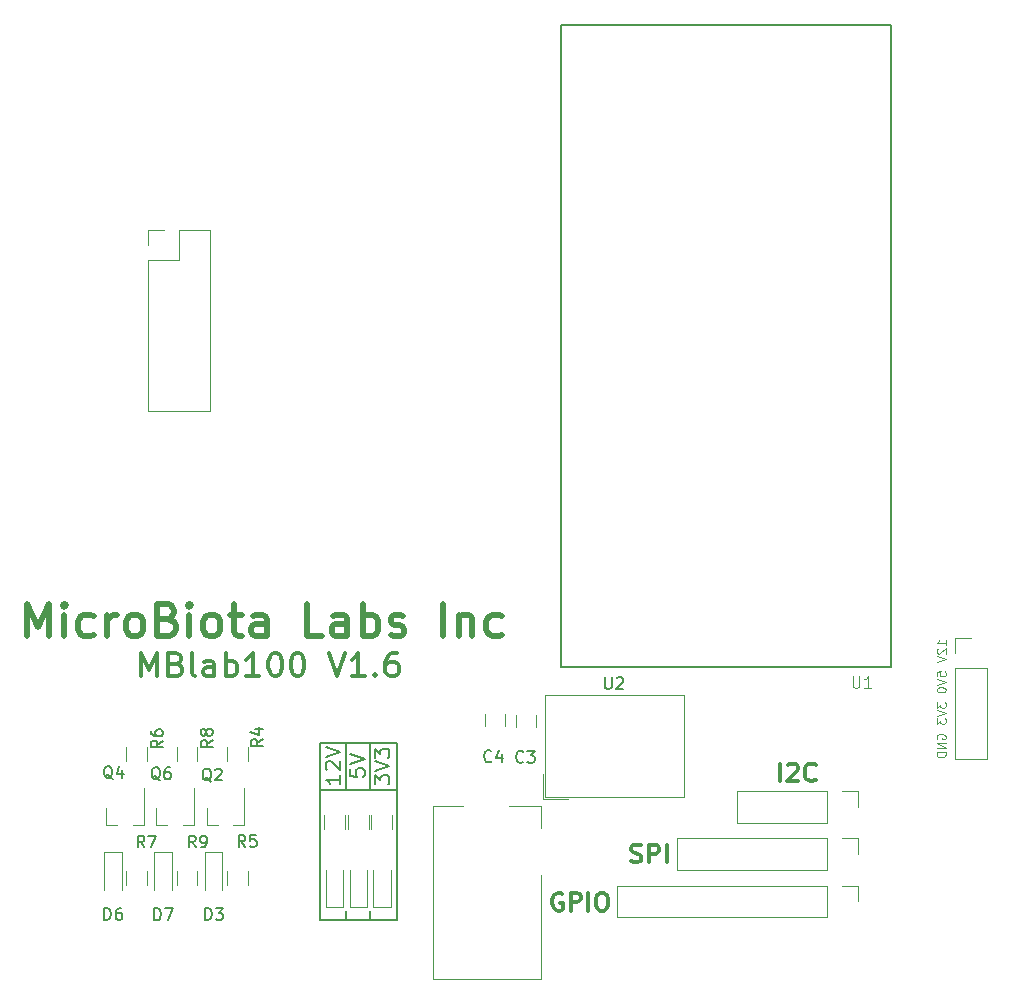
<source format=gto>
G04 #@! TF.GenerationSoftware,KiCad,Pcbnew,(5.0.0)*
G04 #@! TF.CreationDate,2019-02-18T14:00:49-08:00*
G04 #@! TF.ProjectId,mlab100_Base_Panel_1.6,6D6C61623130305F426173655F50616E,rev?*
G04 #@! TF.SameCoordinates,Original*
G04 #@! TF.FileFunction,Legend,Top*
G04 #@! TF.FilePolarity,Positive*
%FSLAX46Y46*%
G04 Gerber Fmt 4.6, Leading zero omitted, Abs format (unit mm)*
G04 Created by KiCad (PCBNEW (5.0.0)) date 02/18/19 14:00:49*
%MOMM*%
%LPD*%
G01*
G04 APERTURE LIST*
%ADD10C,0.200000*%
%ADD11C,0.300000*%
%ADD12C,0.100000*%
%ADD13C,0.500000*%
%ADD14C,0.127000*%
%ADD15C,0.120000*%
%ADD16C,0.050000*%
%ADD17C,0.150000*%
G04 APERTURE END LIST*
D10*
X35000000Y-75750000D02*
X35000000Y-75000000D01*
X33000000Y-75750000D02*
X33000000Y-75000000D01*
X37250000Y-75750000D02*
X37250000Y-66000000D01*
X30750000Y-75750000D02*
X37250000Y-75750000D01*
X30750000Y-66000000D02*
X30750000Y-75750000D01*
X35000000Y-60750000D02*
X35000000Y-64750000D01*
X33000000Y-60750000D02*
X33000000Y-64750000D01*
X37250000Y-64750000D02*
X30750000Y-64750000D01*
X37250000Y-60750000D02*
X37250000Y-66000000D01*
X30750000Y-60750000D02*
X37250000Y-60750000D01*
X30750000Y-66000000D02*
X30750000Y-60750000D01*
X32490476Y-63523809D02*
X32490476Y-64238095D01*
X32490476Y-63880952D02*
X31240476Y-63880952D01*
X31419047Y-64000000D01*
X31538095Y-64119047D01*
X31597619Y-64238095D01*
X31359523Y-63047619D02*
X31300000Y-62988095D01*
X31240476Y-62869047D01*
X31240476Y-62571428D01*
X31300000Y-62452380D01*
X31359523Y-62392857D01*
X31478571Y-62333333D01*
X31597619Y-62333333D01*
X31776190Y-62392857D01*
X32490476Y-63107142D01*
X32490476Y-62333333D01*
X31240476Y-61976190D02*
X32490476Y-61559523D01*
X31240476Y-61142857D01*
X33315476Y-62988095D02*
X33315476Y-63583333D01*
X33910714Y-63642857D01*
X33851190Y-63583333D01*
X33791666Y-63464285D01*
X33791666Y-63166666D01*
X33851190Y-63047619D01*
X33910714Y-62988095D01*
X34029761Y-62928571D01*
X34327380Y-62928571D01*
X34446428Y-62988095D01*
X34505952Y-63047619D01*
X34565476Y-63166666D01*
X34565476Y-63464285D01*
X34505952Y-63583333D01*
X34446428Y-63642857D01*
X33315476Y-62571428D02*
X34565476Y-62154761D01*
X33315476Y-61738095D01*
X35390476Y-64297619D02*
X35390476Y-63523809D01*
X35866666Y-63940476D01*
X35866666Y-63761904D01*
X35926190Y-63642857D01*
X35985714Y-63583333D01*
X36104761Y-63523809D01*
X36402380Y-63523809D01*
X36521428Y-63583333D01*
X36580952Y-63642857D01*
X36640476Y-63761904D01*
X36640476Y-64119047D01*
X36580952Y-64238095D01*
X36521428Y-64297619D01*
X35390476Y-63166666D02*
X36640476Y-62750000D01*
X35390476Y-62333333D01*
X35390476Y-62035714D02*
X35390476Y-61261904D01*
X35866666Y-61678571D01*
X35866666Y-61500000D01*
X35926190Y-61380952D01*
X35985714Y-61321428D01*
X36104761Y-61261904D01*
X36402380Y-61261904D01*
X36521428Y-61321428D01*
X36580952Y-61380952D01*
X36640476Y-61500000D01*
X36640476Y-61857142D01*
X36580952Y-61976190D01*
X36521428Y-62035714D01*
D11*
X69725714Y-64028571D02*
X69725714Y-62528571D01*
X70368571Y-62671428D02*
X70440000Y-62600000D01*
X70582857Y-62528571D01*
X70940000Y-62528571D01*
X71082857Y-62600000D01*
X71154285Y-62671428D01*
X71225714Y-62814285D01*
X71225714Y-62957142D01*
X71154285Y-63171428D01*
X70297142Y-64028571D01*
X71225714Y-64028571D01*
X72725714Y-63885714D02*
X72654285Y-63957142D01*
X72440000Y-64028571D01*
X72297142Y-64028571D01*
X72082857Y-63957142D01*
X71940000Y-63814285D01*
X71868571Y-63671428D01*
X71797142Y-63385714D01*
X71797142Y-63171428D01*
X71868571Y-62885714D01*
X71940000Y-62742857D01*
X72082857Y-62600000D01*
X72297142Y-62528571D01*
X72440000Y-62528571D01*
X72654285Y-62600000D01*
X72725714Y-62671428D01*
X57124285Y-70817142D02*
X57338571Y-70888571D01*
X57695714Y-70888571D01*
X57838571Y-70817142D01*
X57910000Y-70745714D01*
X57981428Y-70602857D01*
X57981428Y-70460000D01*
X57910000Y-70317142D01*
X57838571Y-70245714D01*
X57695714Y-70174285D01*
X57410000Y-70102857D01*
X57267142Y-70031428D01*
X57195714Y-69960000D01*
X57124285Y-69817142D01*
X57124285Y-69674285D01*
X57195714Y-69531428D01*
X57267142Y-69460000D01*
X57410000Y-69388571D01*
X57767142Y-69388571D01*
X57981428Y-69460000D01*
X58624285Y-70888571D02*
X58624285Y-69388571D01*
X59195714Y-69388571D01*
X59338571Y-69460000D01*
X59410000Y-69531428D01*
X59481428Y-69674285D01*
X59481428Y-69888571D01*
X59410000Y-70031428D01*
X59338571Y-70102857D01*
X59195714Y-70174285D01*
X58624285Y-70174285D01*
X60124285Y-70888571D02*
X60124285Y-69388571D01*
X51280000Y-73540000D02*
X51137142Y-73468571D01*
X50922857Y-73468571D01*
X50708571Y-73540000D01*
X50565714Y-73682857D01*
X50494285Y-73825714D01*
X50422857Y-74111428D01*
X50422857Y-74325714D01*
X50494285Y-74611428D01*
X50565714Y-74754285D01*
X50708571Y-74897142D01*
X50922857Y-74968571D01*
X51065714Y-74968571D01*
X51280000Y-74897142D01*
X51351428Y-74825714D01*
X51351428Y-74325714D01*
X51065714Y-74325714D01*
X51994285Y-74968571D02*
X51994285Y-73468571D01*
X52565714Y-73468571D01*
X52708571Y-73540000D01*
X52780000Y-73611428D01*
X52851428Y-73754285D01*
X52851428Y-73968571D01*
X52780000Y-74111428D01*
X52708571Y-74182857D01*
X52565714Y-74254285D01*
X51994285Y-74254285D01*
X53494285Y-74968571D02*
X53494285Y-73468571D01*
X54494285Y-73468571D02*
X54780000Y-73468571D01*
X54922857Y-73540000D01*
X55065714Y-73682857D01*
X55137142Y-73968571D01*
X55137142Y-74468571D01*
X55065714Y-74754285D01*
X54922857Y-74897142D01*
X54780000Y-74968571D01*
X54494285Y-74968571D01*
X54351428Y-74897142D01*
X54208571Y-74754285D01*
X54137142Y-74468571D01*
X54137142Y-73968571D01*
X54208571Y-73682857D01*
X54351428Y-73540000D01*
X54494285Y-73468571D01*
D12*
X83729285Y-52504285D02*
X83729285Y-52075714D01*
X83729285Y-52290000D02*
X82979285Y-52290000D01*
X83086428Y-52218571D01*
X83157857Y-52147142D01*
X83193571Y-52075714D01*
X83050714Y-52790000D02*
X83015000Y-52825714D01*
X82979285Y-52897142D01*
X82979285Y-53075714D01*
X83015000Y-53147142D01*
X83050714Y-53182857D01*
X83122142Y-53218571D01*
X83193571Y-53218571D01*
X83300714Y-53182857D01*
X83729285Y-52754285D01*
X83729285Y-53218571D01*
X82979285Y-53432857D02*
X83729285Y-53682857D01*
X82979285Y-53932857D01*
X82979285Y-55111428D02*
X82979285Y-54754285D01*
X83336428Y-54718571D01*
X83300714Y-54754285D01*
X83265000Y-54825714D01*
X83265000Y-55004285D01*
X83300714Y-55075714D01*
X83336428Y-55111428D01*
X83407857Y-55147142D01*
X83586428Y-55147142D01*
X83657857Y-55111428D01*
X83693571Y-55075714D01*
X83729285Y-55004285D01*
X83729285Y-54825714D01*
X83693571Y-54754285D01*
X83657857Y-54718571D01*
X82979285Y-55361428D02*
X83729285Y-55611428D01*
X82979285Y-55861428D01*
X82979285Y-56254285D02*
X82979285Y-56325714D01*
X83015000Y-56397142D01*
X83050714Y-56432857D01*
X83122142Y-56468571D01*
X83265000Y-56504285D01*
X83443571Y-56504285D01*
X83586428Y-56468571D01*
X83657857Y-56432857D01*
X83693571Y-56397142D01*
X83729285Y-56325714D01*
X83729285Y-56254285D01*
X83693571Y-56182857D01*
X83657857Y-56147142D01*
X83586428Y-56111428D01*
X83443571Y-56075714D01*
X83265000Y-56075714D01*
X83122142Y-56111428D01*
X83050714Y-56147142D01*
X83015000Y-56182857D01*
X82979285Y-56254285D01*
X82979285Y-57325714D02*
X82979285Y-57790000D01*
X83265000Y-57540000D01*
X83265000Y-57647142D01*
X83300714Y-57718571D01*
X83336428Y-57754285D01*
X83407857Y-57790000D01*
X83586428Y-57790000D01*
X83657857Y-57754285D01*
X83693571Y-57718571D01*
X83729285Y-57647142D01*
X83729285Y-57432857D01*
X83693571Y-57361428D01*
X83657857Y-57325714D01*
X82979285Y-58004285D02*
X83729285Y-58254285D01*
X82979285Y-58504285D01*
X82979285Y-58682857D02*
X82979285Y-59147142D01*
X83265000Y-58897142D01*
X83265000Y-59004285D01*
X83300714Y-59075714D01*
X83336428Y-59111428D01*
X83407857Y-59147142D01*
X83586428Y-59147142D01*
X83657857Y-59111428D01*
X83693571Y-59075714D01*
X83729285Y-59004285D01*
X83729285Y-58790000D01*
X83693571Y-58718571D01*
X83657857Y-58682857D01*
X83015000Y-60432857D02*
X82979285Y-60361428D01*
X82979285Y-60254285D01*
X83015000Y-60147142D01*
X83086428Y-60075714D01*
X83157857Y-60040000D01*
X83300714Y-60004285D01*
X83407857Y-60004285D01*
X83550714Y-60040000D01*
X83622142Y-60075714D01*
X83693571Y-60147142D01*
X83729285Y-60254285D01*
X83729285Y-60325714D01*
X83693571Y-60432857D01*
X83657857Y-60468571D01*
X83407857Y-60468571D01*
X83407857Y-60325714D01*
X83729285Y-60790000D02*
X82979285Y-60790000D01*
X83729285Y-61218571D01*
X82979285Y-61218571D01*
X83729285Y-61575714D02*
X82979285Y-61575714D01*
X82979285Y-61754285D01*
X83015000Y-61861428D01*
X83086428Y-61932857D01*
X83157857Y-61968571D01*
X83300714Y-62004285D01*
X83407857Y-62004285D01*
X83550714Y-61968571D01*
X83622142Y-61932857D01*
X83693571Y-61861428D01*
X83729285Y-61754285D01*
X83729285Y-61575714D01*
D11*
X15642857Y-55154761D02*
X15642857Y-53154761D01*
X16309523Y-54583333D01*
X16976190Y-53154761D01*
X16976190Y-55154761D01*
X18595238Y-54107142D02*
X18880952Y-54202380D01*
X18976190Y-54297619D01*
X19071428Y-54488095D01*
X19071428Y-54773809D01*
X18976190Y-54964285D01*
X18880952Y-55059523D01*
X18690476Y-55154761D01*
X17928571Y-55154761D01*
X17928571Y-53154761D01*
X18595238Y-53154761D01*
X18785714Y-53250000D01*
X18880952Y-53345238D01*
X18976190Y-53535714D01*
X18976190Y-53726190D01*
X18880952Y-53916666D01*
X18785714Y-54011904D01*
X18595238Y-54107142D01*
X17928571Y-54107142D01*
X20214285Y-55154761D02*
X20023809Y-55059523D01*
X19928571Y-54869047D01*
X19928571Y-53154761D01*
X21833333Y-55154761D02*
X21833333Y-54107142D01*
X21738095Y-53916666D01*
X21547619Y-53821428D01*
X21166666Y-53821428D01*
X20976190Y-53916666D01*
X21833333Y-55059523D02*
X21642857Y-55154761D01*
X21166666Y-55154761D01*
X20976190Y-55059523D01*
X20880952Y-54869047D01*
X20880952Y-54678571D01*
X20976190Y-54488095D01*
X21166666Y-54392857D01*
X21642857Y-54392857D01*
X21833333Y-54297619D01*
X22785714Y-55154761D02*
X22785714Y-53154761D01*
X22785714Y-53916666D02*
X22976190Y-53821428D01*
X23357142Y-53821428D01*
X23547619Y-53916666D01*
X23642857Y-54011904D01*
X23738095Y-54202380D01*
X23738095Y-54773809D01*
X23642857Y-54964285D01*
X23547619Y-55059523D01*
X23357142Y-55154761D01*
X22976190Y-55154761D01*
X22785714Y-55059523D01*
X25642857Y-55154761D02*
X24500000Y-55154761D01*
X25071428Y-55154761D02*
X25071428Y-53154761D01*
X24880952Y-53440476D01*
X24690476Y-53630952D01*
X24500000Y-53726190D01*
X26880952Y-53154761D02*
X27071428Y-53154761D01*
X27261904Y-53250000D01*
X27357142Y-53345238D01*
X27452380Y-53535714D01*
X27547619Y-53916666D01*
X27547619Y-54392857D01*
X27452380Y-54773809D01*
X27357142Y-54964285D01*
X27261904Y-55059523D01*
X27071428Y-55154761D01*
X26880952Y-55154761D01*
X26690476Y-55059523D01*
X26595238Y-54964285D01*
X26500000Y-54773809D01*
X26404761Y-54392857D01*
X26404761Y-53916666D01*
X26500000Y-53535714D01*
X26595238Y-53345238D01*
X26690476Y-53250000D01*
X26880952Y-53154761D01*
X28785714Y-53154761D02*
X28976190Y-53154761D01*
X29166666Y-53250000D01*
X29261904Y-53345238D01*
X29357142Y-53535714D01*
X29452380Y-53916666D01*
X29452380Y-54392857D01*
X29357142Y-54773809D01*
X29261904Y-54964285D01*
X29166666Y-55059523D01*
X28976190Y-55154761D01*
X28785714Y-55154761D01*
X28595238Y-55059523D01*
X28500000Y-54964285D01*
X28404761Y-54773809D01*
X28309523Y-54392857D01*
X28309523Y-53916666D01*
X28404761Y-53535714D01*
X28500000Y-53345238D01*
X28595238Y-53250000D01*
X28785714Y-53154761D01*
X31547619Y-53154761D02*
X32214285Y-55154761D01*
X32880952Y-53154761D01*
X34595238Y-55154761D02*
X33452380Y-55154761D01*
X34023809Y-55154761D02*
X34023809Y-53154761D01*
X33833333Y-53440476D01*
X33642857Y-53630952D01*
X33452380Y-53726190D01*
X35452380Y-54964285D02*
X35547619Y-55059523D01*
X35452380Y-55154761D01*
X35357142Y-55059523D01*
X35452380Y-54964285D01*
X35452380Y-55154761D01*
X37261904Y-53154761D02*
X36880952Y-53154761D01*
X36690476Y-53250000D01*
X36595238Y-53345238D01*
X36404761Y-53630952D01*
X36309523Y-54011904D01*
X36309523Y-54773809D01*
X36404761Y-54964285D01*
X36499999Y-55059523D01*
X36690476Y-55154761D01*
X37071428Y-55154761D01*
X37261904Y-55059523D01*
X37357142Y-54964285D01*
X37452380Y-54773809D01*
X37452380Y-54297619D01*
X37357142Y-54107142D01*
X37261904Y-54011904D01*
X37071428Y-53916666D01*
X36690476Y-53916666D01*
X36499999Y-54011904D01*
X36404761Y-54107142D01*
X36309523Y-54297619D01*
D13*
X5964285Y-51744047D02*
X5964285Y-48994047D01*
X6880952Y-50958333D01*
X7797619Y-48994047D01*
X7797619Y-51744047D01*
X9107142Y-51744047D02*
X9107142Y-49910714D01*
X9107142Y-48994047D02*
X8976190Y-49125000D01*
X9107142Y-49255952D01*
X9238095Y-49125000D01*
X9107142Y-48994047D01*
X9107142Y-49255952D01*
X11595238Y-51613095D02*
X11333333Y-51744047D01*
X10809523Y-51744047D01*
X10547619Y-51613095D01*
X10416666Y-51482142D01*
X10285714Y-51220238D01*
X10285714Y-50434523D01*
X10416666Y-50172619D01*
X10547619Y-50041666D01*
X10809523Y-49910714D01*
X11333333Y-49910714D01*
X11595238Y-50041666D01*
X12773809Y-51744047D02*
X12773809Y-49910714D01*
X12773809Y-50434523D02*
X12904761Y-50172619D01*
X13035714Y-50041666D01*
X13297619Y-49910714D01*
X13559523Y-49910714D01*
X14869047Y-51744047D02*
X14607142Y-51613095D01*
X14476190Y-51482142D01*
X14345238Y-51220238D01*
X14345238Y-50434523D01*
X14476190Y-50172619D01*
X14607142Y-50041666D01*
X14869047Y-49910714D01*
X15261904Y-49910714D01*
X15523809Y-50041666D01*
X15654761Y-50172619D01*
X15785714Y-50434523D01*
X15785714Y-51220238D01*
X15654761Y-51482142D01*
X15523809Y-51613095D01*
X15261904Y-51744047D01*
X14869047Y-51744047D01*
X17880952Y-50303571D02*
X18273809Y-50434523D01*
X18404761Y-50565476D01*
X18535714Y-50827380D01*
X18535714Y-51220238D01*
X18404761Y-51482142D01*
X18273809Y-51613095D01*
X18011904Y-51744047D01*
X16964285Y-51744047D01*
X16964285Y-48994047D01*
X17880952Y-48994047D01*
X18142857Y-49125000D01*
X18273809Y-49255952D01*
X18404761Y-49517857D01*
X18404761Y-49779761D01*
X18273809Y-50041666D01*
X18142857Y-50172619D01*
X17880952Y-50303571D01*
X16964285Y-50303571D01*
X19714285Y-51744047D02*
X19714285Y-49910714D01*
X19714285Y-48994047D02*
X19583333Y-49125000D01*
X19714285Y-49255952D01*
X19845238Y-49125000D01*
X19714285Y-48994047D01*
X19714285Y-49255952D01*
X21416666Y-51744047D02*
X21154761Y-51613095D01*
X21023809Y-51482142D01*
X20892857Y-51220238D01*
X20892857Y-50434523D01*
X21023809Y-50172619D01*
X21154761Y-50041666D01*
X21416666Y-49910714D01*
X21809523Y-49910714D01*
X22071428Y-50041666D01*
X22202380Y-50172619D01*
X22333333Y-50434523D01*
X22333333Y-51220238D01*
X22202380Y-51482142D01*
X22071428Y-51613095D01*
X21809523Y-51744047D01*
X21416666Y-51744047D01*
X23119047Y-49910714D02*
X24166666Y-49910714D01*
X23511904Y-48994047D02*
X23511904Y-51351190D01*
X23642857Y-51613095D01*
X23904761Y-51744047D01*
X24166666Y-51744047D01*
X26261904Y-51744047D02*
X26261904Y-50303571D01*
X26130952Y-50041666D01*
X25869047Y-49910714D01*
X25345238Y-49910714D01*
X25083333Y-50041666D01*
X26261904Y-51613095D02*
X25999999Y-51744047D01*
X25345238Y-51744047D01*
X25083333Y-51613095D01*
X24952380Y-51351190D01*
X24952380Y-51089285D01*
X25083333Y-50827380D01*
X25345238Y-50696428D01*
X25999999Y-50696428D01*
X26261904Y-50565476D01*
X30976190Y-51744047D02*
X29666666Y-51744047D01*
X29666666Y-48994047D01*
X33071428Y-51744047D02*
X33071428Y-50303571D01*
X32940476Y-50041666D01*
X32678571Y-49910714D01*
X32154761Y-49910714D01*
X31892857Y-50041666D01*
X33071428Y-51613095D02*
X32809523Y-51744047D01*
X32154761Y-51744047D01*
X31892857Y-51613095D01*
X31761904Y-51351190D01*
X31761904Y-51089285D01*
X31892857Y-50827380D01*
X32154761Y-50696428D01*
X32809523Y-50696428D01*
X33071428Y-50565476D01*
X34380952Y-51744047D02*
X34380952Y-48994047D01*
X34380952Y-50041666D02*
X34642857Y-49910714D01*
X35166666Y-49910714D01*
X35428571Y-50041666D01*
X35559523Y-50172619D01*
X35690476Y-50434523D01*
X35690476Y-51220238D01*
X35559523Y-51482142D01*
X35428571Y-51613095D01*
X35166666Y-51744047D01*
X34642857Y-51744047D01*
X34380952Y-51613095D01*
X36738095Y-51613095D02*
X37000000Y-51744047D01*
X37523809Y-51744047D01*
X37785714Y-51613095D01*
X37916666Y-51351190D01*
X37916666Y-51220238D01*
X37785714Y-50958333D01*
X37523809Y-50827380D01*
X37130952Y-50827380D01*
X36869047Y-50696428D01*
X36738095Y-50434523D01*
X36738095Y-50303571D01*
X36869047Y-50041666D01*
X37130952Y-49910714D01*
X37523809Y-49910714D01*
X37785714Y-50041666D01*
X41190476Y-51744047D02*
X41190476Y-48994047D01*
X42500000Y-49910714D02*
X42500000Y-51744047D01*
X42500000Y-50172619D02*
X42630952Y-50041666D01*
X42892857Y-49910714D01*
X43285714Y-49910714D01*
X43547619Y-50041666D01*
X43678571Y-50303571D01*
X43678571Y-51744047D01*
X46166666Y-51613095D02*
X45904761Y-51744047D01*
X45380952Y-51744047D01*
X45119047Y-51613095D01*
X44988095Y-51482142D01*
X44857142Y-51220238D01*
X44857142Y-50434523D01*
X44988095Y-50172619D01*
X45119047Y-50041666D01*
X45380952Y-49910714D01*
X45904761Y-49910714D01*
X46166666Y-50041666D01*
D14*
G04 #@! TO.C,U1*
X79110000Y40000D02*
X79110000Y-54360000D01*
X79110000Y-54360000D02*
X51210000Y-54360000D01*
X51210000Y-54360000D02*
X51210000Y40000D01*
X51210000Y40000D02*
X79110000Y40000D01*
D15*
G04 #@! TO.C,U2*
X49640000Y-63400000D02*
X49640000Y-65550000D01*
X49640000Y-65550000D02*
X51790000Y-65550000D01*
X49790000Y-56700000D02*
X49790000Y-65400000D01*
X49790000Y-65400000D02*
X61590000Y-65400000D01*
X61590000Y-65400000D02*
X61590000Y-56700000D01*
X61590000Y-56700000D02*
X49790000Y-56700000D01*
G04 #@! TO.C,R5*
X22870000Y-72850000D02*
X22870000Y-71650000D01*
X24630000Y-71650000D02*
X24630000Y-72850000D01*
G04 #@! TO.C,R7*
X14370000Y-72850000D02*
X14370000Y-71650000D01*
X16130000Y-71650000D02*
X16130000Y-72850000D01*
G04 #@! TO.C,J1*
X84570000Y-62150000D02*
X87230000Y-62150000D01*
X84570000Y-54470000D02*
X84570000Y-62150000D01*
X87230000Y-54470000D02*
X87230000Y-62150000D01*
X84570000Y-54470000D02*
X87230000Y-54470000D01*
X84570000Y-53200000D02*
X84570000Y-51870000D01*
X84570000Y-51870000D02*
X85900000Y-51870000D01*
G04 #@! TO.C,Q6*
X16920000Y-67760000D02*
X17850000Y-67760000D01*
X20080000Y-67760000D02*
X19150000Y-67760000D01*
X20080000Y-67760000D02*
X20080000Y-64600000D01*
X16920000Y-67760000D02*
X16920000Y-66300000D01*
G04 #@! TO.C,Q2*
X21170000Y-67760000D02*
X22100000Y-67760000D01*
X24330000Y-67760000D02*
X23400000Y-67760000D01*
X24330000Y-67760000D02*
X24330000Y-64600000D01*
X21170000Y-67760000D02*
X21170000Y-66300000D01*
G04 #@! TO.C,J5*
X55890000Y-72870000D02*
X55890000Y-75530000D01*
X73730000Y-72870000D02*
X55890000Y-72870000D01*
X73730000Y-75530000D02*
X55890000Y-75530000D01*
X73730000Y-72870000D02*
X73730000Y-75530000D01*
X75000000Y-72870000D02*
X76330000Y-72870000D01*
X76330000Y-72870000D02*
X76330000Y-74200000D01*
G04 #@! TO.C,Q4*
X12670000Y-67760000D02*
X13600000Y-67760000D01*
X15830000Y-67760000D02*
X14900000Y-67760000D01*
X15830000Y-67760000D02*
X15830000Y-64600000D01*
X12670000Y-67760000D02*
X12670000Y-66300000D01*
G04 #@! TO.C,C4*
X44750000Y-58350000D02*
X44750000Y-59350000D01*
X46450000Y-59350000D02*
X46450000Y-58350000D01*
G04 #@! TO.C,C3*
X49050000Y-59450000D02*
X49050000Y-58450000D01*
X47350000Y-58450000D02*
X47350000Y-59450000D01*
G04 #@! TO.C,R9*
X18620000Y-72850000D02*
X18620000Y-71650000D01*
X20380000Y-71650000D02*
X20380000Y-72850000D01*
G04 #@! TO.C,J7*
X66050000Y-64870000D02*
X66050000Y-67530000D01*
X73730000Y-64870000D02*
X66050000Y-64870000D01*
X73730000Y-67530000D02*
X66050000Y-67530000D01*
X73730000Y-64870000D02*
X73730000Y-67530000D01*
X75000000Y-64870000D02*
X76330000Y-64870000D01*
X76330000Y-64870000D02*
X76330000Y-66200000D01*
G04 #@! TO.C,J2*
X16230000Y-17320000D02*
X17560000Y-17320000D01*
X16230000Y-18650000D02*
X16230000Y-17320000D01*
X18830000Y-17320000D02*
X21430000Y-17320000D01*
X18830000Y-19920000D02*
X18830000Y-17320000D01*
X16230000Y-19920000D02*
X18830000Y-19920000D01*
X21430000Y-17320000D02*
X21430000Y-32680000D01*
X16230000Y-19920000D02*
X16230000Y-32680000D01*
X16230000Y-32680000D02*
X21430000Y-32680000D01*
G04 #@! TO.C,J6*
X60970000Y-68870000D02*
X60970000Y-71530000D01*
X73730000Y-68870000D02*
X60970000Y-68870000D01*
X73730000Y-71530000D02*
X60970000Y-71530000D01*
X73730000Y-68870000D02*
X73730000Y-71530000D01*
X75000000Y-68870000D02*
X76330000Y-68870000D01*
X76330000Y-68870000D02*
X76330000Y-70200000D01*
G04 #@! TO.C,D3*
X21000000Y-73250000D02*
X21000000Y-70050000D01*
X22500000Y-70050000D02*
X22500000Y-73250000D01*
X22500000Y-70050000D02*
X21000000Y-70050000D01*
G04 #@! TO.C,D6*
X14000000Y-70050000D02*
X12500000Y-70050000D01*
X14000000Y-70050000D02*
X14000000Y-73250000D01*
X12500000Y-73250000D02*
X12500000Y-70050000D01*
G04 #@! TO.C,D7*
X16750000Y-73250000D02*
X16750000Y-70050000D01*
X18250000Y-70050000D02*
X18250000Y-73250000D01*
X18250000Y-70050000D02*
X16750000Y-70050000D01*
G04 #@! TO.C,R4*
X22870000Y-62350000D02*
X22870000Y-61150000D01*
X24630000Y-61150000D02*
X24630000Y-62350000D01*
G04 #@! TO.C,R6*
X16130000Y-61150000D02*
X16130000Y-62350000D01*
X14370000Y-62350000D02*
X14370000Y-61150000D01*
G04 #@! TO.C,R8*
X18620000Y-62350000D02*
X18620000Y-61150000D01*
X20380000Y-61150000D02*
X20380000Y-62350000D01*
G04 #@! TO.C,J4*
X40300000Y-66100000D02*
X42900000Y-66100000D01*
X40300000Y-80800000D02*
X40300000Y-66100000D01*
X49500000Y-66100000D02*
X49500000Y-68000000D01*
X46800000Y-66100000D02*
X49500000Y-66100000D01*
X49500000Y-80800000D02*
X40300000Y-80800000D01*
X49500000Y-72000000D02*
X49500000Y-80800000D01*
G04 #@! TO.C,D1*
X31250000Y-74700000D02*
X32750000Y-74700000D01*
X31250000Y-74700000D02*
X31250000Y-71500000D01*
X32750000Y-71500000D02*
X32750000Y-74700000D01*
G04 #@! TO.C,D2*
X34775001Y-71500000D02*
X34775001Y-74700000D01*
X33275001Y-74700000D02*
X33275001Y-71500000D01*
X33275001Y-74700000D02*
X34775001Y-74700000D01*
G04 #@! TO.C,D4*
X35250000Y-74700000D02*
X36750000Y-74700000D01*
X35250000Y-74700000D02*
X35250000Y-71500000D01*
X36750000Y-71500000D02*
X36750000Y-74700000D01*
G04 #@! TO.C,R1*
X31120000Y-68100000D02*
X31120000Y-66900000D01*
X32880000Y-66900000D02*
X32880000Y-68100000D01*
G04 #@! TO.C,R2*
X34880000Y-66900000D02*
X34880000Y-68100000D01*
X33120000Y-68100000D02*
X33120000Y-66900000D01*
G04 #@! TO.C,R3*
X35120000Y-68100000D02*
X35120000Y-66900000D01*
X36880000Y-66900000D02*
X36880000Y-68100000D01*
G04 #@! TO.C,U1*
D16*
X75862198Y-55108167D02*
X75862198Y-55918006D01*
X75909835Y-56013282D01*
X75957473Y-56060919D01*
X76052748Y-56108557D01*
X76243299Y-56108557D01*
X76338574Y-56060919D01*
X76386211Y-56013282D01*
X76433849Y-55918006D01*
X76433849Y-55108167D01*
X77434239Y-56108557D02*
X76862588Y-56108557D01*
X77148413Y-56108557D02*
X77148413Y-55108167D01*
X77053138Y-55251080D01*
X76957863Y-55346355D01*
X76862588Y-55393993D01*
G04 #@! TO.C,U2*
D17*
X54878095Y-55202380D02*
X54878095Y-56011904D01*
X54925714Y-56107142D01*
X54973333Y-56154761D01*
X55068571Y-56202380D01*
X55259047Y-56202380D01*
X55354285Y-56154761D01*
X55401904Y-56107142D01*
X55449523Y-56011904D01*
X55449523Y-55202380D01*
X55878095Y-55297619D02*
X55925714Y-55250000D01*
X56020952Y-55202380D01*
X56259047Y-55202380D01*
X56354285Y-55250000D01*
X56401904Y-55297619D01*
X56449523Y-55392857D01*
X56449523Y-55488095D01*
X56401904Y-55630952D01*
X55830476Y-56202380D01*
X56449523Y-56202380D01*
G04 #@! TO.C,R5*
X24443333Y-69572380D02*
X24110000Y-69096190D01*
X23871904Y-69572380D02*
X23871904Y-68572380D01*
X24252857Y-68572380D01*
X24348095Y-68620000D01*
X24395714Y-68667619D01*
X24443333Y-68762857D01*
X24443333Y-68905714D01*
X24395714Y-69000952D01*
X24348095Y-69048571D01*
X24252857Y-69096190D01*
X23871904Y-69096190D01*
X25348095Y-68572380D02*
X24871904Y-68572380D01*
X24824285Y-69048571D01*
X24871904Y-69000952D01*
X24967142Y-68953333D01*
X25205238Y-68953333D01*
X25300476Y-69000952D01*
X25348095Y-69048571D01*
X25395714Y-69143809D01*
X25395714Y-69381904D01*
X25348095Y-69477142D01*
X25300476Y-69524761D01*
X25205238Y-69572380D01*
X24967142Y-69572380D01*
X24871904Y-69524761D01*
X24824285Y-69477142D01*
G04 #@! TO.C,R7*
X15903333Y-69632380D02*
X15570000Y-69156190D01*
X15331904Y-69632380D02*
X15331904Y-68632380D01*
X15712857Y-68632380D01*
X15808095Y-68680000D01*
X15855714Y-68727619D01*
X15903333Y-68822857D01*
X15903333Y-68965714D01*
X15855714Y-69060952D01*
X15808095Y-69108571D01*
X15712857Y-69156190D01*
X15331904Y-69156190D01*
X16236666Y-68632380D02*
X16903333Y-68632380D01*
X16474761Y-69632380D01*
G04 #@! TO.C,Q6*
X17244761Y-63937619D02*
X17149523Y-63890000D01*
X17054285Y-63794761D01*
X16911428Y-63651904D01*
X16816190Y-63604285D01*
X16720952Y-63604285D01*
X16768571Y-63842380D02*
X16673333Y-63794761D01*
X16578095Y-63699523D01*
X16530476Y-63509047D01*
X16530476Y-63175714D01*
X16578095Y-62985238D01*
X16673333Y-62890000D01*
X16768571Y-62842380D01*
X16959047Y-62842380D01*
X17054285Y-62890000D01*
X17149523Y-62985238D01*
X17197142Y-63175714D01*
X17197142Y-63509047D01*
X17149523Y-63699523D01*
X17054285Y-63794761D01*
X16959047Y-63842380D01*
X16768571Y-63842380D01*
X18054285Y-62842380D02*
X17863809Y-62842380D01*
X17768571Y-62890000D01*
X17720952Y-62937619D01*
X17625714Y-63080476D01*
X17578095Y-63270952D01*
X17578095Y-63651904D01*
X17625714Y-63747142D01*
X17673333Y-63794761D01*
X17768571Y-63842380D01*
X17959047Y-63842380D01*
X18054285Y-63794761D01*
X18101904Y-63747142D01*
X18149523Y-63651904D01*
X18149523Y-63413809D01*
X18101904Y-63318571D01*
X18054285Y-63270952D01*
X17959047Y-63223333D01*
X17768571Y-63223333D01*
X17673333Y-63270952D01*
X17625714Y-63318571D01*
X17578095Y-63413809D01*
G04 #@! TO.C,Q2*
X21564761Y-64047619D02*
X21469523Y-64000000D01*
X21374285Y-63904761D01*
X21231428Y-63761904D01*
X21136190Y-63714285D01*
X21040952Y-63714285D01*
X21088571Y-63952380D02*
X20993333Y-63904761D01*
X20898095Y-63809523D01*
X20850476Y-63619047D01*
X20850476Y-63285714D01*
X20898095Y-63095238D01*
X20993333Y-63000000D01*
X21088571Y-62952380D01*
X21279047Y-62952380D01*
X21374285Y-63000000D01*
X21469523Y-63095238D01*
X21517142Y-63285714D01*
X21517142Y-63619047D01*
X21469523Y-63809523D01*
X21374285Y-63904761D01*
X21279047Y-63952380D01*
X21088571Y-63952380D01*
X21898095Y-63047619D02*
X21945714Y-63000000D01*
X22040952Y-62952380D01*
X22279047Y-62952380D01*
X22374285Y-63000000D01*
X22421904Y-63047619D01*
X22469523Y-63142857D01*
X22469523Y-63238095D01*
X22421904Y-63380952D01*
X21850476Y-63952380D01*
X22469523Y-63952380D01*
G04 #@! TO.C,Q4*
X13204761Y-63837619D02*
X13109523Y-63790000D01*
X13014285Y-63694761D01*
X12871428Y-63551904D01*
X12776190Y-63504285D01*
X12680952Y-63504285D01*
X12728571Y-63742380D02*
X12633333Y-63694761D01*
X12538095Y-63599523D01*
X12490476Y-63409047D01*
X12490476Y-63075714D01*
X12538095Y-62885238D01*
X12633333Y-62790000D01*
X12728571Y-62742380D01*
X12919047Y-62742380D01*
X13014285Y-62790000D01*
X13109523Y-62885238D01*
X13157142Y-63075714D01*
X13157142Y-63409047D01*
X13109523Y-63599523D01*
X13014285Y-63694761D01*
X12919047Y-63742380D01*
X12728571Y-63742380D01*
X14014285Y-63075714D02*
X14014285Y-63742380D01*
X13776190Y-62694761D02*
X13538095Y-63409047D01*
X14157142Y-63409047D01*
G04 #@! TO.C,C4*
X45283333Y-62307142D02*
X45235714Y-62354761D01*
X45092857Y-62402380D01*
X44997619Y-62402380D01*
X44854761Y-62354761D01*
X44759523Y-62259523D01*
X44711904Y-62164285D01*
X44664285Y-61973809D01*
X44664285Y-61830952D01*
X44711904Y-61640476D01*
X44759523Y-61545238D01*
X44854761Y-61450000D01*
X44997619Y-61402380D01*
X45092857Y-61402380D01*
X45235714Y-61450000D01*
X45283333Y-61497619D01*
X46140476Y-61735714D02*
X46140476Y-62402380D01*
X45902380Y-61354761D02*
X45664285Y-62069047D01*
X46283333Y-62069047D01*
G04 #@! TO.C,C3*
X47983333Y-62357142D02*
X47935714Y-62404761D01*
X47792857Y-62452380D01*
X47697619Y-62452380D01*
X47554761Y-62404761D01*
X47459523Y-62309523D01*
X47411904Y-62214285D01*
X47364285Y-62023809D01*
X47364285Y-61880952D01*
X47411904Y-61690476D01*
X47459523Y-61595238D01*
X47554761Y-61500000D01*
X47697619Y-61452380D01*
X47792857Y-61452380D01*
X47935714Y-61500000D01*
X47983333Y-61547619D01*
X48316666Y-61452380D02*
X48935714Y-61452380D01*
X48602380Y-61833333D01*
X48745238Y-61833333D01*
X48840476Y-61880952D01*
X48888095Y-61928571D01*
X48935714Y-62023809D01*
X48935714Y-62261904D01*
X48888095Y-62357142D01*
X48840476Y-62404761D01*
X48745238Y-62452380D01*
X48459523Y-62452380D01*
X48364285Y-62404761D01*
X48316666Y-62357142D01*
G04 #@! TO.C,R9*
X20243333Y-69622380D02*
X19910000Y-69146190D01*
X19671904Y-69622380D02*
X19671904Y-68622380D01*
X20052857Y-68622380D01*
X20148095Y-68670000D01*
X20195714Y-68717619D01*
X20243333Y-68812857D01*
X20243333Y-68955714D01*
X20195714Y-69050952D01*
X20148095Y-69098571D01*
X20052857Y-69146190D01*
X19671904Y-69146190D01*
X20719523Y-69622380D02*
X20910000Y-69622380D01*
X21005238Y-69574761D01*
X21052857Y-69527142D01*
X21148095Y-69384285D01*
X21195714Y-69193809D01*
X21195714Y-68812857D01*
X21148095Y-68717619D01*
X21100476Y-68670000D01*
X21005238Y-68622380D01*
X20814761Y-68622380D01*
X20719523Y-68670000D01*
X20671904Y-68717619D01*
X20624285Y-68812857D01*
X20624285Y-69050952D01*
X20671904Y-69146190D01*
X20719523Y-69193809D01*
X20814761Y-69241428D01*
X21005238Y-69241428D01*
X21100476Y-69193809D01*
X21148095Y-69146190D01*
X21195714Y-69050952D01*
G04 #@! TO.C,D3*
X21031904Y-75772380D02*
X21031904Y-74772380D01*
X21270000Y-74772380D01*
X21412857Y-74820000D01*
X21508095Y-74915238D01*
X21555714Y-75010476D01*
X21603333Y-75200952D01*
X21603333Y-75343809D01*
X21555714Y-75534285D01*
X21508095Y-75629523D01*
X21412857Y-75724761D01*
X21270000Y-75772380D01*
X21031904Y-75772380D01*
X21936666Y-74772380D02*
X22555714Y-74772380D01*
X22222380Y-75153333D01*
X22365238Y-75153333D01*
X22460476Y-75200952D01*
X22508095Y-75248571D01*
X22555714Y-75343809D01*
X22555714Y-75581904D01*
X22508095Y-75677142D01*
X22460476Y-75724761D01*
X22365238Y-75772380D01*
X22079523Y-75772380D01*
X21984285Y-75724761D01*
X21936666Y-75677142D01*
G04 #@! TO.C,D6*
X12501904Y-75772380D02*
X12501904Y-74772380D01*
X12740000Y-74772380D01*
X12882857Y-74820000D01*
X12978095Y-74915238D01*
X13025714Y-75010476D01*
X13073333Y-75200952D01*
X13073333Y-75343809D01*
X13025714Y-75534285D01*
X12978095Y-75629523D01*
X12882857Y-75724761D01*
X12740000Y-75772380D01*
X12501904Y-75772380D01*
X13930476Y-74772380D02*
X13740000Y-74772380D01*
X13644761Y-74820000D01*
X13597142Y-74867619D01*
X13501904Y-75010476D01*
X13454285Y-75200952D01*
X13454285Y-75581904D01*
X13501904Y-75677142D01*
X13549523Y-75724761D01*
X13644761Y-75772380D01*
X13835238Y-75772380D01*
X13930476Y-75724761D01*
X13978095Y-75677142D01*
X14025714Y-75581904D01*
X14025714Y-75343809D01*
X13978095Y-75248571D01*
X13930476Y-75200952D01*
X13835238Y-75153333D01*
X13644761Y-75153333D01*
X13549523Y-75200952D01*
X13501904Y-75248571D01*
X13454285Y-75343809D01*
G04 #@! TO.C,D7*
X16721904Y-75792380D02*
X16721904Y-74792380D01*
X16960000Y-74792380D01*
X17102857Y-74840000D01*
X17198095Y-74935238D01*
X17245714Y-75030476D01*
X17293333Y-75220952D01*
X17293333Y-75363809D01*
X17245714Y-75554285D01*
X17198095Y-75649523D01*
X17102857Y-75744761D01*
X16960000Y-75792380D01*
X16721904Y-75792380D01*
X17626666Y-74792380D02*
X18293333Y-74792380D01*
X17864761Y-75792380D01*
G04 #@! TO.C,R4*
X25922380Y-60456666D02*
X25446190Y-60790000D01*
X25922380Y-61028095D02*
X24922380Y-61028095D01*
X24922380Y-60647142D01*
X24970000Y-60551904D01*
X25017619Y-60504285D01*
X25112857Y-60456666D01*
X25255714Y-60456666D01*
X25350952Y-60504285D01*
X25398571Y-60551904D01*
X25446190Y-60647142D01*
X25446190Y-61028095D01*
X25255714Y-59599523D02*
X25922380Y-59599523D01*
X24874761Y-59837619D02*
X25589047Y-60075714D01*
X25589047Y-59456666D01*
G04 #@! TO.C,R6*
X17452380Y-60586666D02*
X16976190Y-60920000D01*
X17452380Y-61158095D02*
X16452380Y-61158095D01*
X16452380Y-60777142D01*
X16500000Y-60681904D01*
X16547619Y-60634285D01*
X16642857Y-60586666D01*
X16785714Y-60586666D01*
X16880952Y-60634285D01*
X16928571Y-60681904D01*
X16976190Y-60777142D01*
X16976190Y-61158095D01*
X16452380Y-59729523D02*
X16452380Y-59920000D01*
X16500000Y-60015238D01*
X16547619Y-60062857D01*
X16690476Y-60158095D01*
X16880952Y-60205714D01*
X17261904Y-60205714D01*
X17357142Y-60158095D01*
X17404761Y-60110476D01*
X17452380Y-60015238D01*
X17452380Y-59824761D01*
X17404761Y-59729523D01*
X17357142Y-59681904D01*
X17261904Y-59634285D01*
X17023809Y-59634285D01*
X16928571Y-59681904D01*
X16880952Y-59729523D01*
X16833333Y-59824761D01*
X16833333Y-60015238D01*
X16880952Y-60110476D01*
X16928571Y-60158095D01*
X17023809Y-60205714D01*
G04 #@! TO.C,R8*
X21682380Y-60536666D02*
X21206190Y-60870000D01*
X21682380Y-61108095D02*
X20682380Y-61108095D01*
X20682380Y-60727142D01*
X20730000Y-60631904D01*
X20777619Y-60584285D01*
X20872857Y-60536666D01*
X21015714Y-60536666D01*
X21110952Y-60584285D01*
X21158571Y-60631904D01*
X21206190Y-60727142D01*
X21206190Y-61108095D01*
X21110952Y-59965238D02*
X21063333Y-60060476D01*
X21015714Y-60108095D01*
X20920476Y-60155714D01*
X20872857Y-60155714D01*
X20777619Y-60108095D01*
X20730000Y-60060476D01*
X20682380Y-59965238D01*
X20682380Y-59774761D01*
X20730000Y-59679523D01*
X20777619Y-59631904D01*
X20872857Y-59584285D01*
X20920476Y-59584285D01*
X21015714Y-59631904D01*
X21063333Y-59679523D01*
X21110952Y-59774761D01*
X21110952Y-59965238D01*
X21158571Y-60060476D01*
X21206190Y-60108095D01*
X21301428Y-60155714D01*
X21491904Y-60155714D01*
X21587142Y-60108095D01*
X21634761Y-60060476D01*
X21682380Y-59965238D01*
X21682380Y-59774761D01*
X21634761Y-59679523D01*
X21587142Y-59631904D01*
X21491904Y-59584285D01*
X21301428Y-59584285D01*
X21206190Y-59631904D01*
X21158571Y-59679523D01*
X21110952Y-59774761D01*
G04 #@! TD*
M02*

</source>
